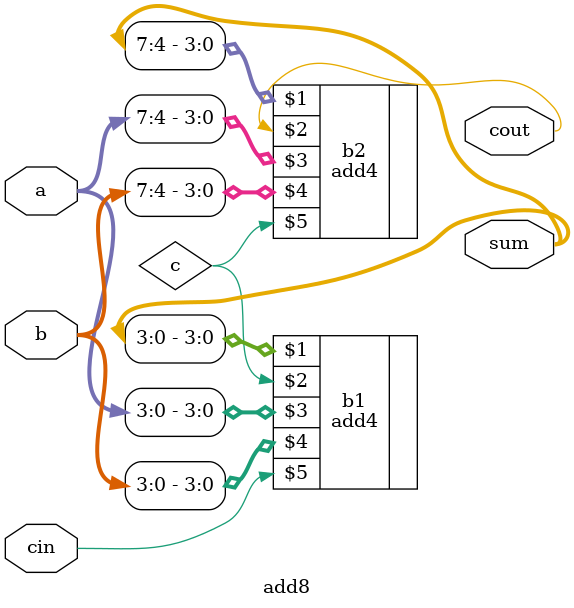
<source format=v>
`timescale 1ns / 1ps


module add8(sum , cout , a , b , cin);
input [7:0] a,b;
input cin;
output [7:0] sum;
output cout;
wire  c;
add4 b1(sum[3:0],c,a[3:0],b[3:0],cin);
add4 b2(sum[7:4], cout , a[7:4] , b[7:4] , c);
endmodule

</source>
